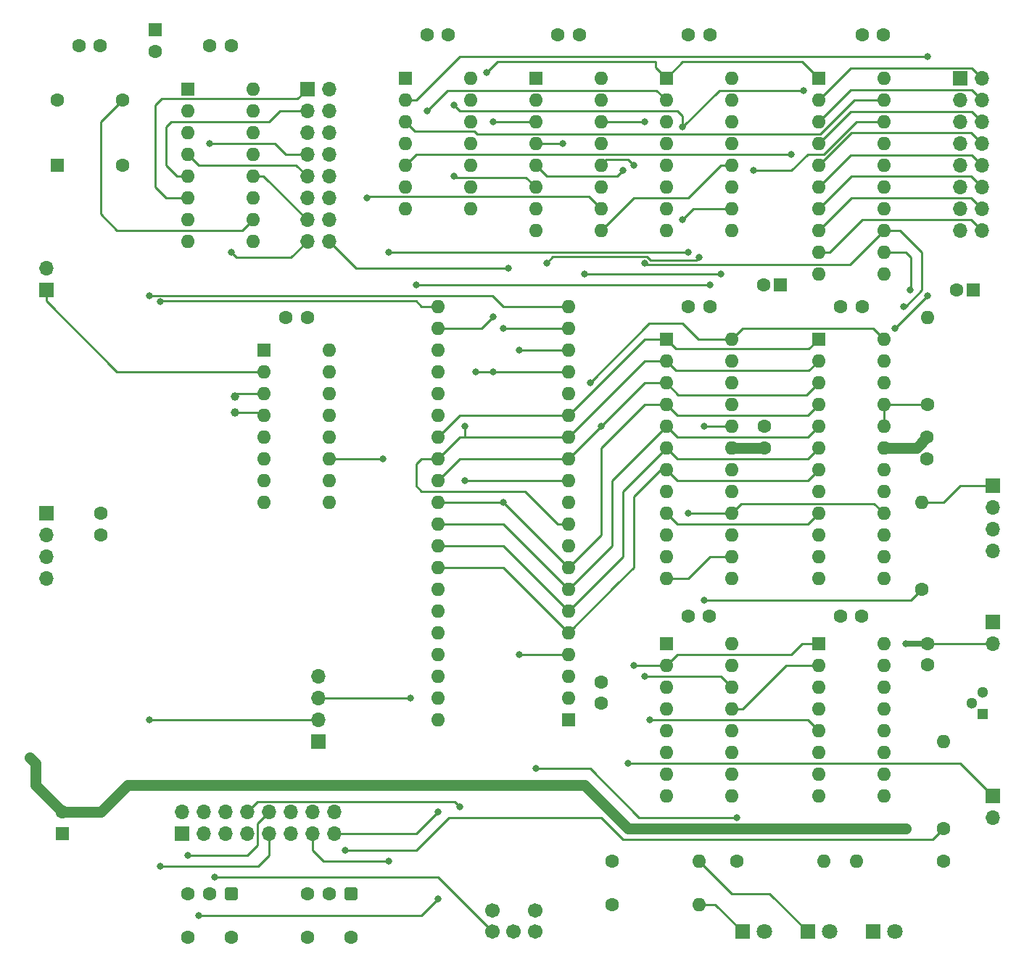
<source format=gbr>
%TF.GenerationSoftware,KiCad,Pcbnew,7.0.9-7.0.9~ubuntu22.04.1*%
%TF.CreationDate,2023-12-29T15:53:16-05:00*%
%TF.ProjectId,dac,6461632e-6b69-4636-9164-5f7063625858,rev?*%
%TF.SameCoordinates,Original*%
%TF.FileFunction,Copper,L4,Bot*%
%TF.FilePolarity,Positive*%
%FSLAX46Y46*%
G04 Gerber Fmt 4.6, Leading zero omitted, Abs format (unit mm)*
G04 Created by KiCad (PCBNEW 7.0.9-7.0.9~ubuntu22.04.1) date 2023-12-29 15:53:16*
%MOMM*%
%LPD*%
G01*
G04 APERTURE LIST*
G04 Aperture macros list*
%AMRoundRect*
0 Rectangle with rounded corners*
0 $1 Rounding radius*
0 $2 $3 $4 $5 $6 $7 $8 $9 X,Y pos of 4 corners*
0 Add a 4 corners polygon primitive as box body*
4,1,4,$2,$3,$4,$5,$6,$7,$8,$9,$2,$3,0*
0 Add four circle primitives for the rounded corners*
1,1,$1+$1,$2,$3*
1,1,$1+$1,$4,$5*
1,1,$1+$1,$6,$7*
1,1,$1+$1,$8,$9*
0 Add four rect primitives between the rounded corners*
20,1,$1+$1,$2,$3,$4,$5,0*
20,1,$1+$1,$4,$5,$6,$7,0*
20,1,$1+$1,$6,$7,$8,$9,0*
20,1,$1+$1,$8,$9,$2,$3,0*%
G04 Aperture macros list end*
%TA.AperFunction,ComponentPad*%
%ADD10R,1.600000X1.600000*%
%TD*%
%TA.AperFunction,ComponentPad*%
%ADD11O,1.600000X1.600000*%
%TD*%
%TA.AperFunction,ComponentPad*%
%ADD12C,1.600000*%
%TD*%
%TA.AperFunction,ComponentPad*%
%ADD13R,1.800000X1.800000*%
%TD*%
%TA.AperFunction,ComponentPad*%
%ADD14C,1.800000*%
%TD*%
%TA.AperFunction,ComponentPad*%
%ADD15R,1.700000X1.700000*%
%TD*%
%TA.AperFunction,ComponentPad*%
%ADD16O,1.700000X1.700000*%
%TD*%
%TA.AperFunction,ComponentPad*%
%ADD17C,1.701800*%
%TD*%
%TA.AperFunction,ComponentPad*%
%ADD18RoundRect,0.400000X0.400000X-0.400000X0.400000X0.400000X-0.400000X0.400000X-0.400000X-0.400000X0*%
%TD*%
%TA.AperFunction,ComponentPad*%
%ADD19R,1.300000X1.300000*%
%TD*%
%TA.AperFunction,ComponentPad*%
%ADD20C,1.300000*%
%TD*%
%TA.AperFunction,ComponentPad*%
%ADD21C,1.000000*%
%TD*%
%TA.AperFunction,ViaPad*%
%ADD22C,0.800000*%
%TD*%
%TA.AperFunction,Conductor*%
%ADD23C,0.254000*%
%TD*%
%TA.AperFunction,Conductor*%
%ADD24C,0.635000*%
%TD*%
%TA.AperFunction,Conductor*%
%ADD25C,1.270000*%
%TD*%
G04 APERTURE END LIST*
D10*
%TO.P,U6,1,VCC2*%
%TO.N,GND*%
X54620000Y-101615000D03*
D11*
%TO.P,U6,2,VBAT*%
%TO.N,Net-(BT1-+)*%
X54620000Y-104155000D03*
%TO.P,U6,3,X1*%
%TO.N,Net-(U6-X1)*%
X54620000Y-106695000D03*
%TO.P,U6,4,X2*%
%TO.N,Net-(U6-X2)*%
X54620000Y-109235000D03*
%TO.P,U6,5,INT0*%
%TO.N,unconnected-(U6-INT0-Pad5)*%
X54620000Y-111775000D03*
%TO.P,U6,6,INT1*%
%TO.N,unconnected-(U6-INT1-Pad6)*%
X54620000Y-114315000D03*
%TO.P,U6,7,1Hz*%
%TO.N,unconnected-(U6-1Hz-Pad7)*%
X54620000Y-116855000D03*
%TO.P,U6,8,GND*%
%TO.N,GND*%
X54620000Y-119395000D03*
%TO.P,U6,9,SERMODE*%
%TO.N,+5V*%
X62240000Y-119395000D03*
%TO.P,U6,10,CE*%
%TO.N,/KQ4*%
X62240000Y-116855000D03*
%TO.P,U6,11,SCLK*%
%TO.N,/nLED2*%
X62240000Y-114315000D03*
%TO.P,U6,12,SDI*%
%TO.N,/LED3*%
X62240000Y-111775000D03*
%TO.P,U6,13,SDO*%
%TO.N,/KD5*%
X62240000Y-109235000D03*
%TO.P,U6,14,VCCIF*%
%TO.N,+5V*%
X62240000Y-106695000D03*
%TO.P,U6,15,32kHz*%
%TO.N,unconnected-(U6-32kHz-Pad15)*%
X62240000Y-104155000D03*
%TO.P,U6,16,VCC*%
%TO.N,+5V*%
X62240000Y-101615000D03*
%TD*%
D12*
%TO.P,C20,1*%
%TO.N,+5V*%
X106660000Y-132715000D03*
%TO.P,C20,2*%
%TO.N,GND*%
X104160000Y-132715000D03*
%TD*%
D13*
%TO.P,D1,1,K*%
%TO.N,Net-(D1-K)*%
X125725000Y-169545000D03*
D14*
%TO.P,D1,2,A*%
%TO.N,+5V*%
X128265000Y-169545000D03*
%TD*%
D10*
%TO.P,U5,1,A0*%
%TO.N,/KQ0*%
X101600000Y-69850000D03*
D11*
%TO.P,U5,2,A1*%
%TO.N,/BA0*%
X101600000Y-72390000D03*
%TO.P,U5,3,A2*%
%TO.N,/KQ1*%
X101600000Y-74930000D03*
%TO.P,U5,4,E1*%
%TO.N,/nLED1*%
X101600000Y-77470000D03*
%TO.P,U5,5,E2*%
%TO.N,GND*%
X101600000Y-80010000D03*
%TO.P,U5,6,E3*%
%TO.N,+5V*%
X101600000Y-82550000D03*
%TO.P,U5,7,O7*%
%TO.N,/nDACX*%
X101600000Y-85090000D03*
%TO.P,U5,8,GND*%
%TO.N,GND*%
X101600000Y-87630000D03*
%TO.P,U5,9,O6*%
%TO.N,unconnected-(U5-O6-Pad9)*%
X109220000Y-87630000D03*
%TO.P,U5,10,O5*%
%TO.N,/nDACY*%
X109220000Y-85090000D03*
%TO.P,U5,11,O4*%
%TO.N,unconnected-(U5-O4-Pad11)*%
X109220000Y-82550000D03*
%TO.P,U5,12,O3*%
%TO.N,/nEXP*%
X109220000Y-80010000D03*
%TO.P,U5,13,O2*%
%TO.N,Net-(U5-O2)*%
X109220000Y-77470000D03*
%TO.P,U5,14,O1*%
%TO.N,Net-(U5-O1)*%
X109220000Y-74930000D03*
%TO.P,U5,15,O0*%
%TO.N,Net-(U5-O0)*%
X109220000Y-72390000D03*
%TO.P,U5,16,VCC*%
%TO.N,+5V*%
X109220000Y-69850000D03*
%TD*%
D13*
%TO.P,D3,1,K*%
%TO.N,Net-(D3-K)*%
X110480000Y-169545000D03*
D14*
%TO.P,D3,2,A*%
%TO.N,+5V*%
X113020000Y-169545000D03*
%TD*%
D12*
%TO.P,R4,1*%
%TO.N,/KQ2*%
X133985000Y-157480000D03*
D11*
%TO.P,R4,2*%
%TO.N,Net-(Q1-B)*%
X133985000Y-147320000D03*
%TD*%
D15*
%TO.P,J4,1,Pin_1*%
%TO.N,/B38400*%
X59685000Y-71135000D03*
D16*
%TO.P,J4,2,Pin_2*%
%TO.N,/CLK16X*%
X62225000Y-71135000D03*
%TO.P,J4,3,Pin_3*%
%TO.N,/B19200*%
X59685000Y-73675000D03*
%TO.P,J4,4,Pin_4*%
%TO.N,/CLK16X*%
X62225000Y-73675000D03*
%TO.P,J4,5,Pin_5*%
%TO.N,/B9600*%
X59685000Y-76215000D03*
%TO.P,J4,6,Pin_6*%
%TO.N,/CLK16X*%
X62225000Y-76215000D03*
%TO.P,J4,7,Pin_7*%
%TO.N,/B4800*%
X59685000Y-78755000D03*
%TO.P,J4,8,Pin_8*%
%TO.N,/CLK16X*%
X62225000Y-78755000D03*
%TO.P,J4,9,Pin_9*%
%TO.N,/B2400*%
X59685000Y-81295000D03*
%TO.P,J4,10,Pin_10*%
%TO.N,/CLK16X*%
X62225000Y-81295000D03*
%TO.P,J4,11,Pin_11*%
%TO.N,/B1200*%
X59685000Y-83835000D03*
%TO.P,J4,12,Pin_12*%
%TO.N,/CLK16X*%
X62225000Y-83835000D03*
%TO.P,J4,13,Pin_13*%
%TO.N,/B600*%
X59685000Y-86375000D03*
%TO.P,J4,14,Pin_14*%
%TO.N,/CLK16X*%
X62225000Y-86375000D03*
%TO.P,J4,15,Pin_15*%
%TO.N,/B300*%
X59685000Y-88915000D03*
%TO.P,J4,16,Pin_16*%
%TO.N,/CLK16X*%
X62225000Y-88915000D03*
%TD*%
D17*
%TO.P,SW3,A,A*%
%TO.N,/KD1*%
X81280000Y-169545000D03*
%TO.P,SW3,B,B*%
%TO.N,/KD2*%
X86280000Y-169545000D03*
%TO.P,SW3,C,C*%
%TO.N,GND*%
X83780000Y-169545000D03*
%TO.P,SW3,D,S1*%
%TO.N,/KD0*%
X81280000Y-167045000D03*
%TO.P,SW3,E,S2*%
%TO.N,GND*%
X86280000Y-167045000D03*
%TD*%
D10*
%TO.P,U11,1,~{MR}*%
%TO.N,/nDACY*%
X101610000Y-135890000D03*
D11*
%TO.P,U11,2,CP*%
%TO.N,/nDACX*%
X101610000Y-138430000D03*
%TO.P,U11,3,D0*%
%TO.N,unconnected-(U11-D0-Pad3)*%
X101610000Y-140970000D03*
%TO.P,U11,4,D1*%
%TO.N,unconnected-(U11-D1-Pad4)*%
X101610000Y-143510000D03*
%TO.P,U11,5,D2*%
%TO.N,unconnected-(U11-D2-Pad5)*%
X101610000Y-146050000D03*
%TO.P,U11,6,D3*%
%TO.N,unconnected-(U11-D3-Pad6)*%
X101610000Y-148590000D03*
%TO.P,U11,7,CEP*%
%TO.N,+5V*%
X101610000Y-151130000D03*
%TO.P,U11,8,GND*%
%TO.N,GND*%
X101610000Y-153670000D03*
%TO.P,U11,9,~{PE}*%
%TO.N,+5V*%
X109230000Y-153670000D03*
%TO.P,U11,10,CET*%
X109230000Y-151130000D03*
%TO.P,U11,11,Q3*%
%TO.N,unconnected-(U11-Q3-Pad11)*%
X109230000Y-148590000D03*
%TO.P,U11,12,Q2*%
%TO.N,unconnected-(U11-Q2-Pad12)*%
X109230000Y-146050000D03*
%TO.P,U11,13,Q1*%
%TO.N,Net-(U10A-A0)*%
X109230000Y-143510000D03*
%TO.P,U11,14,Q0*%
%TO.N,Net-(U11-Q0)*%
X109230000Y-140970000D03*
%TO.P,U11,15,TC*%
%TO.N,unconnected-(U11-TC-Pad15)*%
X109230000Y-138430000D03*
%TO.P,U11,16,VCC*%
%TO.N,+5V*%
X109230000Y-135890000D03*
%TD*%
D12*
%TO.P,R5,1*%
%TO.N,Net-(U8-RFB)*%
X132080000Y-107950000D03*
D11*
%TO.P,R5,2*%
%TO.N,/Y_OUT*%
X132080000Y-97790000D03*
%TD*%
D12*
%TO.P,R3,1*%
%TO.N,/LED2*%
X95250000Y-166370000D03*
D11*
%TO.P,R3,2*%
%TO.N,Net-(D3-K)*%
X105410000Y-166370000D03*
%TD*%
D12*
%TO.P,R7,1*%
%TO.N,/KQ2*%
X133985000Y-161290000D03*
D11*
%TO.P,R7,2*%
%TO.N,+5V*%
X123825000Y-161290000D03*
%TD*%
D12*
%TO.P,C6,1*%
%TO.N,+5V*%
X106680000Y-96520000D03*
%TO.P,C6,2*%
%TO.N,GND*%
X104180000Y-96520000D03*
%TD*%
%TO.P,C8,1*%
%TO.N,-5V*%
X113030000Y-113010000D03*
%TO.P,C8,2*%
%TO.N,GND*%
X113030000Y-110510000D03*
%TD*%
%TO.P,SW1,*%
%TO.N,*%
X50800000Y-170170000D03*
X45720000Y-170170000D03*
D18*
%TO.P,SW1,1,A*%
%TO.N,GND*%
X50800000Y-165090000D03*
D12*
%TO.P,SW1,2*%
%TO.N,N/C*%
X48260000Y-165090000D03*
%TO.P,SW1,3,B*%
%TO.N,/KD3*%
X45720000Y-165090000D03*
%TD*%
%TO.P,C3,1*%
%TO.N,+5V*%
X91440000Y-64770000D03*
%TO.P,C3,2*%
%TO.N,GND*%
X88940000Y-64770000D03*
%TD*%
D10*
%TO.P,U10,1,E*%
%TO.N,/nDACX*%
X119390000Y-135890000D03*
D11*
%TO.P,U10,2,A0*%
%TO.N,Net-(U10A-A0)*%
X119390000Y-138430000D03*
%TO.P,U10,3,A1*%
%TO.N,GND*%
X119390000Y-140970000D03*
%TO.P,U10,4,O0*%
%TO.N,/DAC_X_nWR*%
X119390000Y-143510000D03*
%TO.P,U10,5,O1*%
%TO.N,/DAC_Y_nWR*%
X119390000Y-146050000D03*
%TO.P,U10,6,O2*%
%TO.N,unconnected-(U10A-O2-Pad6)*%
X119390000Y-148590000D03*
%TO.P,U10,7,O3*%
%TO.N,unconnected-(U10A-O3-Pad7)*%
X119390000Y-151130000D03*
%TO.P,U10,8,GND*%
%TO.N,GND*%
X119390000Y-153670000D03*
%TO.P,U10,9*%
%TO.N,N/C*%
X127010000Y-153670000D03*
%TO.P,U10,10*%
X127010000Y-151130000D03*
%TO.P,U10,11*%
X127010000Y-148590000D03*
%TO.P,U10,12*%
X127010000Y-146050000D03*
%TO.P,U10,13*%
X127010000Y-143510000D03*
%TO.P,U10,14*%
X127010000Y-140970000D03*
%TO.P,U10,15*%
X127010000Y-138430000D03*
%TO.P,U10,16,VCC*%
%TO.N,+5V*%
X127010000Y-135890000D03*
%TD*%
D10*
%TO.P,U8,1,D1/D9*%
%TO.N,/BD1*%
X119390000Y-100325000D03*
D11*
%TO.P,U8,2,D2/D10*%
%TO.N,/BD2*%
X119390000Y-102865000D03*
%TO.P,U8,3,D3/D11*%
%TO.N,/BD3*%
X119390000Y-105405000D03*
%TO.P,U8,4,D4*%
%TO.N,/BD4*%
X119390000Y-107945000D03*
%TO.P,U8,5,D5*%
%TO.N,/BD5*%
X119390000Y-110485000D03*
%TO.P,U8,6,D6*%
%TO.N,/BD6*%
X119390000Y-113025000D03*
%TO.P,U8,7,D7*%
%TO.N,/BD7*%
X119390000Y-115565000D03*
%TO.P,U8,8,A0*%
%TO.N,Net-(U11-Q0)*%
X119390000Y-118105000D03*
%TO.P,U8,9,A1*%
X119390000Y-120645000D03*
%TO.P,U8,10,nWR*%
%TO.N,/DAC_X_nWR*%
X119390000Y-123185000D03*
%TO.P,U8,11,nCS*%
X119390000Y-125725000D03*
%TO.P,U8,12,DGND*%
%TO.N,GND*%
X119390000Y-128265000D03*
%TO.P,U8,13,REFIN*%
%TO.N,+5V*%
X127010000Y-128265000D03*
%TO.P,U8,14,AGND*%
%TO.N,GND*%
X127010000Y-125725000D03*
%TO.P,U8,15,nCLR*%
%TO.N,+5V*%
X127010000Y-123185000D03*
%TO.P,U8,16,nLDAC*%
%TO.N,/nDACY*%
X127010000Y-120645000D03*
%TO.P,U8,17,REFGND*%
%TO.N,GND*%
X127010000Y-118105000D03*
%TO.P,U8,18,REFOUT*%
%TO.N,+5V*%
X127010000Y-115565000D03*
%TO.P,U8,19,VSS*%
%TO.N,-5V*%
X127010000Y-113025000D03*
%TO.P,U8,20,VOUT*%
%TO.N,Net-(U8-RFB)*%
X127010000Y-110485000D03*
%TO.P,U8,21,RFB*%
X127010000Y-107945000D03*
%TO.P,U8,22,ROFS*%
%TO.N,+5V*%
X127010000Y-105405000D03*
%TO.P,U8,23,VDD*%
X127010000Y-102865000D03*
%TO.P,U8,24,D0/D8*%
%TO.N,/BD0*%
X127010000Y-100325000D03*
%TD*%
D12*
%TO.P,C4,1*%
%TO.N,+5V*%
X93980000Y-142855000D03*
%TO.P,C4,2*%
%TO.N,GND*%
X93980000Y-140355000D03*
%TD*%
%TO.P,C11,1*%
%TO.N,-5V*%
X132080000Y-135890000D03*
%TO.P,C11,2*%
%TO.N,GND*%
X132080000Y-138390000D03*
%TD*%
%TO.P,C13,1*%
%TO.N,+5V*%
X76160000Y-64770000D03*
%TO.P,C13,2*%
%TO.N,GND*%
X73660000Y-64770000D03*
%TD*%
D15*
%TO.P,BT1,1,+*%
%TO.N,Net-(BT1-+)*%
X29210000Y-94600000D03*
D16*
%TO.P,BT1,2,-*%
%TO.N,GND*%
X29210000Y-92060000D03*
%TD*%
D10*
%TO.P,U9,1,D1/D9*%
%TO.N,/BD1*%
X101600000Y-100330000D03*
D11*
%TO.P,U9,2,D2/D10*%
%TO.N,/BD2*%
X101600000Y-102870000D03*
%TO.P,U9,3,D3/D11*%
%TO.N,/BD3*%
X101600000Y-105410000D03*
%TO.P,U9,4,D4*%
%TO.N,/BD4*%
X101600000Y-107950000D03*
%TO.P,U9,5,D5*%
%TO.N,/BD5*%
X101600000Y-110490000D03*
%TO.P,U9,6,D6*%
%TO.N,/BD6*%
X101600000Y-113030000D03*
%TO.P,U9,7,D7*%
%TO.N,/BD7*%
X101600000Y-115570000D03*
%TO.P,U9,8,A0*%
%TO.N,Net-(U11-Q0)*%
X101600000Y-118110000D03*
%TO.P,U9,9,A1*%
X101600000Y-120650000D03*
%TO.P,U9,10,nWR*%
%TO.N,/DAC_Y_nWR*%
X101600000Y-123190000D03*
%TO.P,U9,11,nCS*%
X101600000Y-125730000D03*
%TO.P,U9,12,DGND*%
%TO.N,GND*%
X101600000Y-128270000D03*
%TO.P,U9,13,REFIN*%
%TO.N,+5V*%
X109220000Y-128270000D03*
%TO.P,U9,14,AGND*%
%TO.N,GND*%
X109220000Y-125730000D03*
%TO.P,U9,15,nCLR*%
%TO.N,+5V*%
X109220000Y-123190000D03*
%TO.P,U9,16,nLDAC*%
%TO.N,/nDACY*%
X109220000Y-120650000D03*
%TO.P,U9,17,REFGND*%
%TO.N,GND*%
X109220000Y-118110000D03*
%TO.P,U9,18,REFOUT*%
%TO.N,+5V*%
X109220000Y-115570000D03*
%TO.P,U9,19,VSS*%
%TO.N,-5V*%
X109220000Y-113030000D03*
%TO.P,U9,20,VOUT*%
%TO.N,Net-(U9-RFB)*%
X109220000Y-110490000D03*
%TO.P,U9,21,RFB*%
X109220000Y-107950000D03*
%TO.P,U9,22,ROFS*%
%TO.N,+5V*%
X109220000Y-105410000D03*
%TO.P,U9,23,VDD*%
X109220000Y-102870000D03*
%TO.P,U9,24,D0/D8*%
%TO.N,/BD0*%
X109220000Y-100330000D03*
%TD*%
D15*
%TO.P,J7,1,Pin_1*%
%TO.N,/X_OUT*%
X139700000Y-117475000D03*
D16*
%TO.P,J7,2,Pin_2*%
%TO.N,GND*%
X139700000Y-120015000D03*
%TO.P,J7,3,Pin_3*%
%TO.N,/Y_OUT*%
X139700000Y-122555000D03*
%TO.P,J7,4,Pin_4*%
%TO.N,GND*%
X139700000Y-125095000D03*
%TD*%
D12*
%TO.P,R2,1*%
%TO.N,/LED1*%
X95250000Y-161290000D03*
D11*
%TO.P,R2,2*%
%TO.N,Net-(D2-K)*%
X105410000Y-161290000D03*
%TD*%
D15*
%TO.P,J5,1,Pin_1*%
%TO.N,Net-(J5-Pin_1)*%
X139700000Y-133345000D03*
D16*
%TO.P,J5,2,Pin_2*%
%TO.N,-5V*%
X139700000Y-135885000D03*
%TD*%
D15*
%TO.P,J3,1,Pin_1*%
%TO.N,unconnected-(J3-Pin_1-Pad1)*%
X45085000Y-158115000D03*
D16*
%TO.P,J3,2,Pin_2*%
%TO.N,unconnected-(J3-Pin_2-Pad2)*%
X45085000Y-155575000D03*
%TO.P,J3,3,Pin_3*%
%TO.N,unconnected-(J3-Pin_3-Pad3)*%
X47625000Y-158115000D03*
%TO.P,J3,4,Pin_4*%
%TO.N,/KD0*%
X47625000Y-155575000D03*
%TO.P,J3,5,Pin_5*%
%TO.N,unconnected-(J3-Pin_5-Pad5)*%
X50165000Y-158115000D03*
%TO.P,J3,6,Pin_6*%
%TO.N,/KD1*%
X50165000Y-155575000D03*
%TO.P,J3,7,Pin_7*%
%TO.N,/KQ4*%
X52705000Y-158115000D03*
%TO.P,J3,8,Pin_8*%
%TO.N,/KD2*%
X52705000Y-155575000D03*
%TO.P,J3,9,Pin_9*%
%TO.N,/KQ3*%
X55245000Y-158115000D03*
%TO.P,J3,10,Pin_10*%
%TO.N,/KD3*%
X55245000Y-155575000D03*
%TO.P,J3,11,Pin_11*%
%TO.N,/KQ2*%
X57785000Y-158115000D03*
%TO.P,J3,12,Pin_12*%
%TO.N,/KD4*%
X57785000Y-155575000D03*
%TO.P,J3,13,Pin_13*%
%TO.N,/KQ1*%
X60325000Y-158115000D03*
%TO.P,J3,14,Pin_14*%
%TO.N,/KD5*%
X60325000Y-155575000D03*
%TO.P,J3,15,Pin_15*%
%TO.N,/KQ0*%
X62865000Y-158115000D03*
%TO.P,J3,16,Pin_16*%
%TO.N,/KD6*%
X62865000Y-155575000D03*
%TD*%
D12*
%TO.P,SW2,*%
%TO.N,*%
X64770000Y-170170000D03*
X59690000Y-170170000D03*
D18*
%TO.P,SW2,1,A*%
%TO.N,GND*%
X64770000Y-165090000D03*
D12*
%TO.P,SW2,2*%
%TO.N,N/C*%
X62230000Y-165090000D03*
%TO.P,SW2,3,B*%
%TO.N,/KD4*%
X59690000Y-165090000D03*
%TD*%
D19*
%TO.P,Q1,1,E*%
%TO.N,+5V*%
X138515000Y-144145000D03*
D20*
%TO.P,Q1,2,B*%
%TO.N,Net-(Q1-B)*%
X137245000Y-142875000D03*
%TO.P,Q1,3,C*%
%TO.N,Net-(J5-Pin_1)*%
X138515000Y-141605000D03*
%TD*%
D21*
%TO.P,Y1,1,1*%
%TO.N,Net-(U6-X1)*%
X51240000Y-107000000D03*
%TO.P,Y1,2,2*%
%TO.N,Net-(U6-X2)*%
X51240000Y-108900000D03*
%TD*%
D10*
%TO.P,U1,1,Q11*%
%TO.N,unconnected-(U1-Q11-Pad1)*%
X45720000Y-71120000D03*
D11*
%TO.P,U1,2,Q5*%
%TO.N,/B4800*%
X45720000Y-73660000D03*
%TO.P,U1,3,Q4*%
%TO.N,/B9600*%
X45720000Y-76200000D03*
%TO.P,U1,4,Q6*%
%TO.N,/B2400*%
X45720000Y-78740000D03*
%TO.P,U1,5,Q3*%
%TO.N,/B19200*%
X45720000Y-81280000D03*
%TO.P,U1,6,Q2*%
%TO.N,/B38400*%
X45720000Y-83820000D03*
%TO.P,U1,7,Q1*%
%TO.N,unconnected-(U1-Q1-Pad7)*%
X45720000Y-86360000D03*
%TO.P,U1,8,VSS*%
%TO.N,GND*%
X45720000Y-88900000D03*
%TO.P,U1,9,Q0*%
%TO.N,unconnected-(U1-Q0-Pad9)*%
X53340000Y-88900000D03*
%TO.P,U1,10,CLK*%
%TO.N,Net-(U1-CLK)*%
X53340000Y-86360000D03*
%TO.P,U1,11,Reset*%
%TO.N,GND*%
X53340000Y-83820000D03*
%TO.P,U1,12,Q8*%
%TO.N,/B600*%
X53340000Y-81280000D03*
%TO.P,U1,13,Q7*%
%TO.N,/B1200*%
X53340000Y-78740000D03*
%TO.P,U1,14,Q9*%
%TO.N,/B300*%
X53340000Y-76200000D03*
%TO.P,U1,15,Q10*%
%TO.N,unconnected-(U1-Q10-Pad15)*%
X53340000Y-73660000D03*
%TO.P,U1,16,VDD*%
%TO.N,+5V*%
X53340000Y-71120000D03*
%TD*%
D10*
%TO.P,U4,1,A->B*%
%TO.N,/KQ0*%
X119390000Y-69850000D03*
D11*
%TO.P,U4,2,A0*%
%TO.N,/D0*%
X119390000Y-72390000D03*
%TO.P,U4,3,A1*%
%TO.N,/D1*%
X119390000Y-74930000D03*
%TO.P,U4,4,A2*%
%TO.N,/D2*%
X119390000Y-77470000D03*
%TO.P,U4,5,A3*%
%TO.N,/D3*%
X119390000Y-80010000D03*
%TO.P,U4,6,A4*%
%TO.N,/D4*%
X119390000Y-82550000D03*
%TO.P,U4,7,A5*%
%TO.N,/D5*%
X119390000Y-85090000D03*
%TO.P,U4,8,A6*%
%TO.N,/D6*%
X119390000Y-87630000D03*
%TO.P,U4,9,A7*%
%TO.N,/D7*%
X119390000Y-90170000D03*
%TO.P,U4,10,GND*%
%TO.N,GND*%
X119390000Y-92710000D03*
%TO.P,U4,11,B7*%
%TO.N,/BD7*%
X127010000Y-92710000D03*
%TO.P,U4,12,B6*%
%TO.N,/BD6*%
X127010000Y-90170000D03*
%TO.P,U4,13,B5*%
%TO.N,/BD5*%
X127010000Y-87630000D03*
%TO.P,U4,14,B4*%
%TO.N,/BD4*%
X127010000Y-85090000D03*
%TO.P,U4,15,B3*%
%TO.N,/BD3*%
X127010000Y-82550000D03*
%TO.P,U4,16,B2*%
%TO.N,/BD2*%
X127010000Y-80010000D03*
%TO.P,U4,17,B1*%
%TO.N,/BD1*%
X127010000Y-77470000D03*
%TO.P,U4,18,B0*%
%TO.N,/BD0*%
X127010000Y-74930000D03*
%TO.P,U4,19,CE*%
%TO.N,Net-(U4-CE)*%
X127010000Y-72390000D03*
%TO.P,U4,20,VCC*%
%TO.N,+5V*%
X127010000Y-69850000D03*
%TD*%
D10*
%TO.P,U3,1,~{Mr}*%
%TO.N,+5V*%
X86360000Y-69850000D03*
D11*
%TO.P,U3,2,Q0*%
%TO.N,/LED0*%
X86360000Y-72390000D03*
%TO.P,U3,3,D0*%
%TO.N,/BD0*%
X86360000Y-74930000D03*
%TO.P,U3,4,D1*%
%TO.N,/BD1*%
X86360000Y-77470000D03*
%TO.P,U3,5,Q1*%
%TO.N,/LED1*%
X86360000Y-80010000D03*
%TO.P,U3,6,D2*%
%TO.N,/BD2*%
X86360000Y-82550000D03*
%TO.P,U3,7,Q2*%
%TO.N,/LED2*%
X86360000Y-85090000D03*
%TO.P,U3,8,GND*%
%TO.N,GND*%
X86360000Y-87630000D03*
%TO.P,U3,9,Cp*%
%TO.N,/nEXP*%
X93980000Y-87630000D03*
%TO.P,U3,10,Q3*%
%TO.N,/LED3*%
X93980000Y-85090000D03*
%TO.P,U3,11,D3*%
%TO.N,/BD3*%
X93980000Y-82550000D03*
%TO.P,U3,12,Q4*%
%TO.N,/LED4*%
X93980000Y-80010000D03*
%TO.P,U3,13,D4*%
%TO.N,/BD4*%
X93980000Y-77470000D03*
%TO.P,U3,14,D5*%
%TO.N,/BD5*%
X93980000Y-74930000D03*
%TO.P,U3,15,Q5*%
%TO.N,/LED5*%
X93980000Y-72390000D03*
%TO.P,U3,16,VCC*%
%TO.N,+5V*%
X93980000Y-69850000D03*
%TD*%
D12*
%TO.P,C7,1*%
%TO.N,+5V*%
X126960000Y-64770000D03*
%TO.P,C7,2*%
%TO.N,GND*%
X124460000Y-64770000D03*
%TD*%
D15*
%TO.P,J8,1,Pin_1*%
%TO.N,/LED4*%
X139700000Y-153665000D03*
D16*
%TO.P,J8,2,Pin_2*%
%TO.N,GND*%
X139700000Y-156205000D03*
%TD*%
D10*
%TO.P,C14,1*%
%TO.N,+5V*%
X137480113Y-94615000D03*
D12*
%TO.P,C14,2*%
%TO.N,GND*%
X135480113Y-94615000D03*
%TD*%
D13*
%TO.P,D2,1,K*%
%TO.N,Net-(D2-K)*%
X118105000Y-169545000D03*
D14*
%TO.P,D2,2,A*%
%TO.N,+5V*%
X120645000Y-169545000D03*
%TD*%
D10*
%TO.P,X1,1,EN*%
%TO.N,unconnected-(X1-EN-Pad1)*%
X30480000Y-80010000D03*
D12*
%TO.P,X1,4,GND*%
%TO.N,GND*%
X38100000Y-80010000D03*
%TO.P,X1,5,OUT*%
%TO.N,Net-(U1-CLK)*%
X38100000Y-72390000D03*
%TO.P,X1,8,Vcc*%
%TO.N,+5V*%
X30480000Y-72390000D03*
%TD*%
%TO.P,C1,1*%
%TO.N,+5V*%
X35560000Y-120690000D03*
%TO.P,C1,2*%
%TO.N,GND*%
X35560000Y-123190000D03*
%TD*%
%TO.P,C9,1*%
%TO.N,+5V*%
X59690000Y-97790000D03*
%TO.P,C9,2*%
%TO.N,GND*%
X57190000Y-97790000D03*
%TD*%
%TO.P,R6,1*%
%TO.N,Net-(U9-RFB)*%
X131445000Y-129540000D03*
D11*
%TO.P,R6,2*%
%TO.N,/X_OUT*%
X131445000Y-119380000D03*
%TD*%
D12*
%TO.P,C12,1*%
%TO.N,+5V*%
X50800000Y-66040000D03*
%TO.P,C12,2*%
%TO.N,GND*%
X48300000Y-66040000D03*
%TD*%
D15*
%TO.P,J1,1,Pin_1*%
%TO.N,+5V*%
X29210000Y-120660000D03*
D16*
%TO.P,J1,2,Pin_2*%
%TO.N,GND*%
X29210000Y-123200000D03*
%TO.P,J1,3,Pin_3*%
%TO.N,-5V*%
X29210000Y-125740000D03*
%TO.P,J1,4,Pin_4*%
%TO.N,GND*%
X29210000Y-128280000D03*
%TD*%
D12*
%TO.P,C16,1*%
%TO.N,+5V*%
X33020000Y-66040000D03*
%TO.P,C16,2*%
%TO.N,GND*%
X35520000Y-66040000D03*
%TD*%
D10*
%TO.P,C17,1*%
%TO.N,+5V*%
X41910000Y-64199888D03*
D12*
%TO.P,C17,2*%
%TO.N,GND*%
X41910000Y-66699888D03*
%TD*%
%TO.P,C10,1*%
%TO.N,+5V*%
X106680000Y-64770000D03*
%TO.P,C10,2*%
%TO.N,GND*%
X104180000Y-64770000D03*
%TD*%
D15*
%TO.P,J2,1,Pin_1*%
%TO.N,+5V*%
X135890000Y-69850000D03*
D16*
%TO.P,J2,2,Pin_2*%
%TO.N,/D0*%
X138430000Y-69850000D03*
%TO.P,J2,3,Pin_3*%
%TO.N,+5V*%
X135890000Y-72390000D03*
%TO.P,J2,4,Pin_4*%
%TO.N,/D1*%
X138430000Y-72390000D03*
%TO.P,J2,5,Pin_5*%
%TO.N,GND*%
X135890000Y-74930000D03*
%TO.P,J2,6,Pin_6*%
%TO.N,/D2*%
X138430000Y-74930000D03*
%TO.P,J2,7,Pin_7*%
%TO.N,GND*%
X135890000Y-77470000D03*
%TO.P,J2,8,Pin_8*%
%TO.N,/D3*%
X138430000Y-77470000D03*
%TO.P,J2,9,Pin_9*%
%TO.N,GND*%
X135890000Y-80010000D03*
%TO.P,J2,10,Pin_10*%
%TO.N,/D4*%
X138430000Y-80010000D03*
%TO.P,J2,11,Pin_11*%
%TO.N,/nLED2*%
X135890000Y-82550000D03*
%TO.P,J2,12,Pin_12*%
%TO.N,/D5*%
X138430000Y-82550000D03*
%TO.P,J2,13,Pin_13*%
%TO.N,/nLED1*%
X135890000Y-85090000D03*
%TO.P,J2,14,Pin_14*%
%TO.N,/D6*%
X138430000Y-85090000D03*
%TO.P,J2,15,Pin_15*%
%TO.N,/A0*%
X135890000Y-87630000D03*
%TO.P,J2,16,Pin_16*%
%TO.N,/D7*%
X138430000Y-87630000D03*
%TD*%
D12*
%TO.P,C5,1*%
%TO.N,-5V*%
X132060000Y-111780000D03*
%TO.P,C5,2*%
%TO.N,GND*%
X132060000Y-114280000D03*
%TD*%
%TO.P,R1,1*%
%TO.N,/LED0*%
X109855000Y-161290000D03*
D11*
%TO.P,R1,2*%
%TO.N,Net-(D1-K)*%
X120015000Y-161290000D03*
%TD*%
D10*
%TO.P,C18,1*%
%TO.N,GND*%
X31115000Y-158050112D03*
D12*
%TO.P,C18,2*%
%TO.N,-5V*%
X31115000Y-155550112D03*
%TD*%
%TO.P,C2,1*%
%TO.N,+5V*%
X124460000Y-96520000D03*
%TO.P,C2,2*%
%TO.N,GND*%
X121960000Y-96520000D03*
%TD*%
D10*
%TO.P,C15,1*%
%TO.N,+5V*%
X114940904Y-93980000D03*
D12*
%TO.P,C15,2*%
%TO.N,GND*%
X112940904Y-93980000D03*
%TD*%
D15*
%TO.P,J6,1,Pin_1*%
%TO.N,unconnected-(J6-Pin_1-Pad1)*%
X60960000Y-147320000D03*
D16*
%TO.P,J6,2,Pin_2*%
%TO.N,/RXD*%
X60960000Y-144780000D03*
%TO.P,J6,3,Pin_3*%
%TO.N,/TXD*%
X60960000Y-142240000D03*
%TO.P,J6,4,Pin_4*%
%TO.N,GND*%
X60960000Y-139700000D03*
%TD*%
D10*
%TO.P,U2,1*%
%TO.N,/nLED1*%
X71130000Y-69845000D03*
D11*
%TO.P,U2,2*%
%TO.N,/nLED2*%
X71130000Y-72385000D03*
%TO.P,U2,3*%
%TO.N,Net-(U4-CE)*%
X71130000Y-74925000D03*
%TO.P,U2,4*%
%TO.N,+5V*%
X71130000Y-77465000D03*
%TO.P,U2,5*%
%TO.N,/A0*%
X71130000Y-80005000D03*
%TO.P,U2,6*%
%TO.N,/BA0*%
X71130000Y-82545000D03*
%TO.P,U2,7,GND*%
%TO.N,GND*%
X71130000Y-85085000D03*
%TO.P,U2,8*%
%TO.N,N/C*%
X78750000Y-85085000D03*
%TO.P,U2,9*%
X78750000Y-82545000D03*
%TO.P,U2,10*%
X78750000Y-80005000D03*
%TO.P,U2,11*%
X78750000Y-77465000D03*
%TO.P,U2,12*%
X78750000Y-74925000D03*
%TO.P,U2,13*%
X78750000Y-72385000D03*
%TO.P,U2,14,VCC*%
%TO.N,+5V*%
X78750000Y-69845000D03*
%TD*%
D10*
%TO.P,U7,1,VCC*%
%TO.N,+5V*%
X90170000Y-144775000D03*
D11*
%TO.P,U7,2*%
%TO.N,N/C*%
X90170000Y-142235000D03*
%TO.P,U7,3,GND*%
%TO.N,GND*%
X90170000Y-139695000D03*
%TO.P,U7,4,RRD*%
%TO.N,Net-(U5-O0)*%
X90170000Y-137155000D03*
%TO.P,U7,5,RBR8*%
%TO.N,/BD7*%
X90170000Y-134615000D03*
%TO.P,U7,6,RBR7*%
%TO.N,/BD6*%
X90170000Y-132075000D03*
%TO.P,U7,7,RBR6*%
%TO.N,/BD5*%
X90170000Y-129535000D03*
%TO.P,U7,8,RBR5*%
%TO.N,/BD4*%
X90170000Y-126995000D03*
%TO.P,U7,9,RBR4*%
%TO.N,/BD3*%
X90170000Y-124455000D03*
%TO.P,U7,10,RBR3*%
%TO.N,/BD2*%
X90170000Y-121915000D03*
%TO.P,U7,11,RBR2*%
%TO.N,/BD1*%
X90170000Y-119375000D03*
%TO.P,U7,12,RBR1*%
%TO.N,/BD0*%
X90170000Y-116835000D03*
%TO.P,U7,13,PE*%
%TO.N,/BD3*%
X90170000Y-114295000D03*
%TO.P,U7,14,FE*%
%TO.N,/BD2*%
X90170000Y-111755000D03*
%TO.P,U7,15,OE*%
%TO.N,/BD1*%
X90170000Y-109215000D03*
%TO.P,U7,16,SFD*%
%TO.N,Net-(U5-O2)*%
X90170000Y-106675000D03*
%TO.P,U7,17,RRC*%
%TO.N,/CLK16X*%
X90170000Y-104135000D03*
%TO.P,U7,18,nDRR*%
%TO.N,Net-(U5-O0)*%
X90170000Y-101595000D03*
%TO.P,U7,19,DR*%
%TO.N,/BD4*%
X90170000Y-99055000D03*
%TO.P,U7,20,RRI*%
%TO.N,/RXD*%
X90170000Y-96515000D03*
%TO.P,U7,21,MR*%
%TO.N,/KQ3*%
X74930000Y-96515000D03*
%TO.P,U7,22,TBRE*%
%TO.N,/BD0*%
X74930000Y-99055000D03*
%TO.P,U7,23,nTBRL*%
%TO.N,Net-(U5-O1)*%
X74930000Y-101595000D03*
%TO.P,U7,24,TRE*%
%TO.N,unconnected-(U7-TRE-Pad24)*%
X74930000Y-104135000D03*
%TO.P,U7,25,TRO*%
%TO.N,/TXD*%
X74930000Y-106675000D03*
%TO.P,U7,26,TBR1*%
%TO.N,/BD0*%
X74930000Y-109215000D03*
%TO.P,U7,27,TBR2*%
%TO.N,/BD1*%
X74930000Y-111755000D03*
%TO.P,U7,28,TBR3*%
%TO.N,/BD2*%
X74930000Y-114295000D03*
%TO.P,U7,29,TBR4*%
%TO.N,/BD3*%
X74930000Y-116835000D03*
%TO.P,U7,30,TBR5*%
%TO.N,/BD4*%
X74930000Y-119375000D03*
%TO.P,U7,31,TBR6*%
%TO.N,/BD5*%
X74930000Y-121915000D03*
%TO.P,U7,32,TBR7*%
%TO.N,/BD6*%
X74930000Y-124455000D03*
%TO.P,U7,33,TBR8*%
%TO.N,/BD7*%
X74930000Y-126995000D03*
%TO.P,U7,34,CRL*%
%TO.N,+5V*%
X74930000Y-129535000D03*
%TO.P,U7,35,PI*%
X74930000Y-132075000D03*
%TO.P,U7,36,SBS*%
%TO.N,GND*%
X74930000Y-134615000D03*
%TO.P,U7,37,CLS2*%
%TO.N,+5V*%
X74930000Y-137155000D03*
%TO.P,U7,38,CLS1*%
X74930000Y-139695000D03*
%TO.P,U7,39,EPE*%
%TO.N,GND*%
X74930000Y-142235000D03*
%TO.P,U7,40,TRC*%
%TO.N,/CLK16X*%
X74930000Y-144775000D03*
%TD*%
D12*
%TO.P,C19,1*%
%TO.N,+5V*%
X124440000Y-132715000D03*
%TO.P,C19,2*%
%TO.N,GND*%
X121940000Y-132715000D03*
%TD*%
D22*
%TO.N,-5V*%
X113030000Y-157480000D03*
X129540000Y-135890000D03*
X27305000Y-149225000D03*
X129540000Y-157480000D03*
%TO.N,/KD0*%
X46990000Y-167640000D03*
X74930000Y-165735000D03*
%TO.N,/KD1*%
X48895000Y-163195000D03*
%TO.N,/KD2*%
X77470000Y-154940000D03*
%TO.N,/nLED2*%
X132080000Y-67310000D03*
X68488500Y-114300000D03*
%TO.N,/nLED1*%
X76835000Y-73025000D03*
X117618000Y-71263000D03*
X103505000Y-75565000D03*
%TO.N,/A0*%
X116205000Y-78740000D03*
%TO.N,/KQ3*%
X42545000Y-161925000D03*
X42545000Y-95976500D03*
%TO.N,/KD3*%
X45720000Y-160655000D03*
%TO.N,/KQ2*%
X64135000Y-160020000D03*
%TO.N,/KQ1*%
X104140000Y-90170000D03*
X69215000Y-90170000D03*
X69215000Y-161290000D03*
%TO.N,/KQ0*%
X74930000Y-155575000D03*
X80645000Y-69215000D03*
%TO.N,/CLK16X*%
X83185000Y-92075000D03*
X81371500Y-104140000D03*
X79380000Y-104135000D03*
%TO.N,/B4800*%
X48260000Y-77470000D03*
%TO.N,/B300*%
X50800000Y-90170000D03*
%TO.N,Net-(U9-RFB)*%
X106045000Y-130810000D03*
X106045000Y-110490000D03*
%TO.N,/RXD*%
X41275000Y-144780000D03*
X41275000Y-95250000D03*
%TO.N,/TXD*%
X71755000Y-142240000D03*
%TO.N,/LED0*%
X86360000Y-150495000D03*
X109855000Y-156210000D03*
%TO.N,/LED1*%
X96520000Y-80645000D03*
%TO.N,/BA0*%
X73660000Y-73660000D03*
%TO.N,/DAC_Y_nWR*%
X99695000Y-144780000D03*
%TO.N,/BD0*%
X81371500Y-74930000D03*
X81371500Y-97698500D03*
X111760000Y-80645000D03*
X92710000Y-105410000D03*
X78110000Y-116835000D03*
%TO.N,/BD1*%
X89535000Y-77470000D03*
%TO.N,/BD2*%
X78105000Y-110490000D03*
X76835000Y-81280000D03*
%TO.N,/LED3*%
X66675000Y-83820000D03*
%TO.N,/BD3*%
X93977500Y-110487500D03*
%TO.N,/LED4*%
X97790000Y-80010000D03*
X97155000Y-149860000D03*
%TO.N,/BD4*%
X82555000Y-119375000D03*
X128270000Y-99060000D03*
X82555000Y-99055000D03*
X132080000Y-95250000D03*
%TO.N,/BD5*%
X99060000Y-74930000D03*
X99060000Y-91440000D03*
X129357000Y-96520000D03*
%TO.N,/BD6*%
X130083500Y-94615000D03*
%TO.N,Net-(U5-O2)*%
X107950000Y-92710000D03*
X92075000Y-92710000D03*
%TO.N,/nDACY*%
X103505000Y-86360000D03*
X104140000Y-120650000D03*
%TO.N,Net-(U5-O1)*%
X106680000Y-93980000D03*
X72390000Y-93980000D03*
%TO.N,/nDACX*%
X97790000Y-138430000D03*
%TO.N,Net-(U5-O0)*%
X84460000Y-101595000D03*
X87630000Y-91440000D03*
X84460000Y-137155000D03*
X105410000Y-90805000D03*
%TO.N,Net-(U11-Q0)*%
X99060000Y-139700000D03*
%TD*%
D23*
%TO.N,Net-(BT1-+)*%
X54620000Y-104155000D02*
X37480000Y-104155000D01*
X29210000Y-95885000D02*
X29210000Y-94600000D01*
X37480000Y-104155000D02*
X29210000Y-95885000D01*
%TO.N,GND*%
X104140000Y-128270000D02*
X106680000Y-125730000D01*
X106680000Y-125730000D02*
X109220000Y-125730000D01*
X101600000Y-128270000D02*
X104140000Y-128270000D01*
D24*
%TO.N,-5V*%
X129540000Y-135890000D02*
X132080000Y-135890000D01*
D23*
X132080000Y-135890000D02*
X139695000Y-135890000D01*
D25*
X129540000Y-157480000D02*
X113030000Y-157480000D01*
X31115000Y-155550112D02*
X27940000Y-152375112D01*
X127010000Y-113025000D02*
X130815000Y-113025000D01*
X97155000Y-157480000D02*
X92075000Y-152400000D01*
X92075000Y-152400000D02*
X38735000Y-152400000D01*
X38735000Y-152400000D02*
X35584888Y-155550112D01*
X27940000Y-149860000D02*
X27305000Y-149225000D01*
X130815000Y-113025000D02*
X132060000Y-111780000D01*
X35584888Y-155550112D02*
X31115000Y-155550112D01*
X27940000Y-152375112D02*
X27940000Y-149860000D01*
X109220000Y-113030000D02*
X113010000Y-113030000D01*
X113030000Y-157480000D02*
X97155000Y-157480000D01*
D23*
%TO.N,Net-(D2-K)*%
X109220000Y-165100000D02*
X113660000Y-165100000D01*
X105410000Y-161290000D02*
X109220000Y-165100000D01*
X113660000Y-165100000D02*
X118105000Y-169545000D01*
%TO.N,Net-(D3-K)*%
X105410000Y-166370000D02*
X107305000Y-166370000D01*
X107305000Y-166370000D02*
X110480000Y-169545000D01*
%TO.N,/KD0*%
X46990000Y-167640000D02*
X73025000Y-167640000D01*
X73025000Y-167640000D02*
X74930000Y-165735000D01*
%TO.N,/KD1*%
X74930000Y-163195000D02*
X81280000Y-169545000D01*
X48895000Y-163195000D02*
X74930000Y-163195000D01*
%TO.N,/KD2*%
X52705000Y-155575000D02*
X53882000Y-154398000D01*
X53882000Y-154398000D02*
X76928000Y-154398000D01*
X76928000Y-154398000D02*
X77470000Y-154940000D01*
%TO.N,/D0*%
X137253000Y-68673000D02*
X123107000Y-68673000D01*
X123107000Y-68673000D02*
X119390000Y-72390000D01*
X138430000Y-69850000D02*
X137253000Y-68673000D01*
%TO.N,/D1*%
X123107000Y-71213000D02*
X119390000Y-74930000D01*
X138430000Y-72390000D02*
X137253000Y-71213000D01*
X137253000Y-71213000D02*
X123107000Y-71213000D01*
%TO.N,/D2*%
X123107000Y-73753000D02*
X119390000Y-77470000D01*
X138430000Y-74930000D02*
X137253000Y-73753000D01*
X137253000Y-73753000D02*
X123107000Y-73753000D01*
%TO.N,/D3*%
X137160000Y-76200000D02*
X123200000Y-76200000D01*
X138430000Y-77470000D02*
X137160000Y-76200000D01*
X123200000Y-76200000D02*
X119390000Y-80010000D01*
%TO.N,/D4*%
X138430000Y-80010000D02*
X137253000Y-78833000D01*
X123107000Y-78833000D02*
X119390000Y-82550000D01*
X137253000Y-78833000D02*
X123107000Y-78833000D01*
%TO.N,/nLED2*%
X77470000Y-67310000D02*
X72395000Y-72385000D01*
X132080000Y-67310000D02*
X77470000Y-67310000D01*
X72395000Y-72385000D02*
X71130000Y-72385000D01*
X68473500Y-114315000D02*
X62240000Y-114315000D01*
X68488500Y-114300000D02*
X68473500Y-114315000D01*
%TO.N,/D5*%
X138430000Y-82550000D02*
X137160000Y-81280000D01*
X123190000Y-81280000D02*
X123190000Y-81290000D01*
X123190000Y-81290000D02*
X119390000Y-85090000D01*
X137160000Y-81280000D02*
X123190000Y-81280000D01*
%TO.N,/nLED1*%
X103505000Y-75565000D02*
X103505000Y-74295000D01*
X103505000Y-75565000D02*
X107807000Y-71263000D01*
X107807000Y-71263000D02*
X117618000Y-71263000D01*
X77470000Y-73660000D02*
X76835000Y-73025000D01*
X102870000Y-73660000D02*
X77470000Y-73660000D01*
X103505000Y-74295000D02*
X102870000Y-73660000D01*
%TO.N,/D6*%
X138430000Y-85090000D02*
X137160000Y-83820000D01*
X137160000Y-83820000D02*
X123190000Y-83820000D01*
X123190000Y-83830000D02*
X119390000Y-87630000D01*
X123190000Y-83820000D02*
X123190000Y-83830000D01*
%TO.N,/A0*%
X116205000Y-78740000D02*
X72395000Y-78740000D01*
X72395000Y-78740000D02*
X71130000Y-80005000D01*
%TO.N,/D7*%
X124460000Y-86360000D02*
X120650000Y-90170000D01*
X137160000Y-86360000D02*
X124460000Y-86360000D01*
X120650000Y-90170000D02*
X119390000Y-90170000D01*
X138430000Y-87630000D02*
X137160000Y-86360000D01*
%TO.N,/KQ3*%
X42545000Y-161925000D02*
X53975000Y-161925000D01*
X53975000Y-161925000D02*
X55245000Y-160655000D01*
X73020000Y-96515000D02*
X72390000Y-95885000D01*
X42545000Y-95885000D02*
X42545000Y-95976500D01*
X55245000Y-160655000D02*
X55245000Y-158115000D01*
X74930000Y-96515000D02*
X73020000Y-96515000D01*
X72390000Y-95885000D02*
X42545000Y-95885000D01*
%TO.N,/KD3*%
X55245000Y-155575000D02*
X53882000Y-156938000D01*
X53882000Y-159478000D02*
X52705000Y-160655000D01*
X52705000Y-160655000D02*
X45720000Y-160655000D01*
X53882000Y-156938000D02*
X53882000Y-159478000D01*
%TO.N,/KQ2*%
X96520000Y-158750000D02*
X93980000Y-156210000D01*
X132715000Y-158750000D02*
X96520000Y-158750000D01*
X133985000Y-157480000D02*
X132715000Y-158750000D01*
X93980000Y-156210000D02*
X76200000Y-156210000D01*
X72390000Y-160020000D02*
X64135000Y-160020000D01*
X76200000Y-156210000D02*
X72390000Y-160020000D01*
%TO.N,/KQ1*%
X61595000Y-161290000D02*
X60325000Y-160020000D01*
X60325000Y-160020000D02*
X60325000Y-158115000D01*
X104140000Y-90170000D02*
X69215000Y-90170000D01*
X69215000Y-161290000D02*
X61595000Y-161290000D01*
%TO.N,/KQ0*%
X74930000Y-155575000D02*
X72390000Y-158115000D01*
X100330000Y-67945000D02*
X81915000Y-67945000D01*
X100330000Y-68580000D02*
X100330000Y-67945000D01*
X72390000Y-158115000D02*
X62865000Y-158115000D01*
X103505000Y-67945000D02*
X117485000Y-67945000D01*
X81915000Y-67945000D02*
X80645000Y-69215000D01*
X101600000Y-69850000D02*
X100330000Y-68580000D01*
X117485000Y-67945000D02*
X119390000Y-69850000D01*
X101600000Y-69850000D02*
X103505000Y-67945000D01*
%TO.N,/B38400*%
X42688000Y-72247000D02*
X41910000Y-73025000D01*
X41910000Y-73025000D02*
X41910000Y-82550000D01*
X59685000Y-71135000D02*
X58573000Y-72247000D01*
X41910000Y-82550000D02*
X43180000Y-83820000D01*
X43180000Y-83820000D02*
X45720000Y-83820000D01*
X58573000Y-72247000D02*
X42688000Y-72247000D01*
%TO.N,/CLK16X*%
X83185000Y-92075000D02*
X65385000Y-92075000D01*
X65385000Y-92075000D02*
X62225000Y-88915000D01*
X90170000Y-104135000D02*
X79380000Y-104135000D01*
%TO.N,/B19200*%
X43180000Y-75565000D02*
X43180000Y-80010000D01*
X43180000Y-80010000D02*
X44450000Y-81280000D01*
X56500000Y-73675000D02*
X55245000Y-74930000D01*
X55245000Y-74930000D02*
X43815000Y-74930000D01*
X59685000Y-73675000D02*
X56500000Y-73675000D01*
X44450000Y-81280000D02*
X45720000Y-81280000D01*
X43815000Y-74930000D02*
X43180000Y-75565000D01*
%TO.N,/B4800*%
X55880000Y-77470000D02*
X48260000Y-77470000D01*
X59685000Y-78755000D02*
X57165000Y-78755000D01*
X57165000Y-78755000D02*
X55880000Y-77470000D01*
%TO.N,/B2400*%
X58400000Y-80010000D02*
X59685000Y-81295000D01*
X45720000Y-78740000D02*
X46990000Y-80010000D01*
X46990000Y-80010000D02*
X58400000Y-80010000D01*
%TO.N,/B600*%
X53340000Y-81280000D02*
X54590000Y-81280000D01*
X54590000Y-81280000D02*
X59685000Y-86375000D01*
%TO.N,/B300*%
X57795000Y-90805000D02*
X59685000Y-88915000D01*
X51435000Y-90805000D02*
X57795000Y-90805000D01*
X50800000Y-90170000D02*
X51435000Y-90805000D01*
%TO.N,Net-(U8-RFB)*%
X127010000Y-107945000D02*
X127010000Y-110485000D01*
X127010000Y-107945000D02*
X132075000Y-107945000D01*
%TO.N,Net-(U9-RFB)*%
X130175000Y-130810000D02*
X106045000Y-130810000D01*
X106045000Y-110490000D02*
X109220000Y-110490000D01*
X131445000Y-129540000D02*
X130175000Y-130810000D01*
%TO.N,/RXD*%
X90170000Y-96515000D02*
X82545000Y-96515000D01*
X41275000Y-144780000D02*
X60960000Y-144780000D01*
X81280000Y-95250000D02*
X41275000Y-95250000D01*
X82545000Y-96515000D02*
X81280000Y-95250000D01*
%TO.N,/TXD*%
X71755000Y-142240000D02*
X60960000Y-142240000D01*
%TO.N,/LED0*%
X98425000Y-156210000D02*
X109855000Y-156210000D01*
X92710000Y-150495000D02*
X98425000Y-156210000D01*
X86360000Y-150495000D02*
X92710000Y-150495000D01*
%TO.N,/LED1*%
X86360000Y-80010000D02*
X87630000Y-81280000D01*
X87630000Y-81280000D02*
X95885000Y-81280000D01*
X95885000Y-81280000D02*
X96520000Y-80645000D01*
%TO.N,/X_OUT*%
X135890000Y-117475000D02*
X139700000Y-117475000D01*
X131445000Y-119380000D02*
X133985000Y-119380000D01*
X133985000Y-119380000D02*
X135890000Y-117475000D01*
%TO.N,Net-(U1-CLK)*%
X52070000Y-87630000D02*
X37465000Y-87630000D01*
X35560000Y-85725000D02*
X35560000Y-74930000D01*
X35560000Y-74930000D02*
X38100000Y-72390000D01*
X37465000Y-87630000D02*
X35560000Y-85725000D01*
X53340000Y-86360000D02*
X52070000Y-87630000D01*
%TO.N,Net-(U4-CE)*%
X119570819Y-76343000D02*
X79507819Y-76343000D01*
X72257000Y-76052000D02*
X71130000Y-74925000D01*
X127010000Y-72390000D02*
X123523819Y-72390000D01*
X79507819Y-76343000D02*
X79216819Y-76052000D01*
X123523819Y-72390000D02*
X119570819Y-76343000D01*
X79216819Y-76052000D02*
X72257000Y-76052000D01*
%TO.N,/BA0*%
X100468000Y-71258000D02*
X76062000Y-71258000D01*
X76062000Y-71258000D02*
X73660000Y-73660000D01*
X101600000Y-72390000D02*
X100468000Y-71258000D01*
%TO.N,/DAC_Y_nWR*%
X99695000Y-144780000D02*
X118120000Y-144780000D01*
X118120000Y-144780000D02*
X119390000Y-146050000D01*
%TO.N,/BD0*%
X86360000Y-74930000D02*
X81280000Y-74930000D01*
X99638000Y-98482000D02*
X92710000Y-105410000D01*
X116205000Y-80645000D02*
X111760000Y-80645000D01*
X125745000Y-99060000D02*
X110490000Y-99060000D01*
X109220000Y-100330000D02*
X105353000Y-100330000D01*
X123825000Y-74930000D02*
X120015000Y-78740000D01*
X127010000Y-74930000D02*
X123825000Y-74930000D01*
X105353000Y-100330000D02*
X103505000Y-98482000D01*
X80015000Y-99055000D02*
X74930000Y-99055000D01*
X81280000Y-74930000D02*
X81371500Y-74930000D01*
X120015000Y-78740000D02*
X118110000Y-78740000D01*
X90170000Y-116835000D02*
X78110000Y-116835000D01*
X127010000Y-100325000D02*
X125745000Y-99060000D01*
X110490000Y-99060000D02*
X109220000Y-100330000D01*
X81371500Y-97698500D02*
X80015000Y-99055000D01*
X118110000Y-78740000D02*
X116205000Y-80645000D01*
X103505000Y-98482000D02*
X99638000Y-98482000D01*
%TO.N,/BD1*%
X90170000Y-109215000D02*
X97785000Y-101600000D01*
X97790000Y-101600000D02*
X99060000Y-100330000D01*
X77470000Y-109215000D02*
X74930000Y-111755000D01*
X118258000Y-101457000D02*
X102727000Y-101457000D01*
X99060000Y-100330000D02*
X101600000Y-100330000D01*
X86360000Y-77470000D02*
X89535000Y-77470000D01*
X90170000Y-109215000D02*
X77470000Y-109215000D01*
X119390000Y-100325000D02*
X118258000Y-101457000D01*
X97785000Y-101600000D02*
X97790000Y-101600000D01*
X102727000Y-101457000D02*
X101600000Y-100330000D01*
%TO.N,/BD2*%
X88895000Y-121915000D02*
X85090000Y-118110000D01*
X85090000Y-118110000D02*
X73025000Y-118110000D01*
X73030000Y-114295000D02*
X74930000Y-114295000D01*
X90170000Y-111755000D02*
X78110000Y-111755000D01*
X73025000Y-118110000D02*
X72390000Y-117475000D01*
X72390000Y-114935000D02*
X73030000Y-114295000D01*
X102727000Y-103997000D02*
X101600000Y-102870000D01*
X118258000Y-103997000D02*
X102727000Y-103997000D01*
X85228000Y-81418000D02*
X76973000Y-81418000D01*
X78105000Y-110490000D02*
X78105000Y-111750000D01*
X90170000Y-121915000D02*
X88895000Y-121915000D01*
X78105000Y-111750000D02*
X78110000Y-111755000D01*
X99055000Y-102870000D02*
X90170000Y-111755000D01*
X119390000Y-102865000D02*
X118258000Y-103997000D01*
X76973000Y-81418000D02*
X76835000Y-81280000D01*
X78110000Y-111755000D02*
X77470000Y-111755000D01*
X86360000Y-82550000D02*
X85228000Y-81418000D01*
X72390000Y-117475000D02*
X72390000Y-114935000D01*
X101600000Y-102870000D02*
X99055000Y-102870000D01*
X77470000Y-111755000D02*
X74930000Y-114295000D01*
%TO.N,/nEXP*%
X93980000Y-87630000D02*
X97790000Y-83820000D01*
X107950000Y-80010000D02*
X109220000Y-80010000D01*
X97790000Y-83820000D02*
X104140000Y-83820000D01*
X104140000Y-83820000D02*
X107950000Y-80010000D01*
%TO.N,/LED3*%
X66818000Y-83677000D02*
X66675000Y-83820000D01*
X93980000Y-85090000D02*
X92567000Y-83677000D01*
X92567000Y-83677000D02*
X66818000Y-83677000D01*
%TO.N,/BD3*%
X90170000Y-114295000D02*
X77470000Y-114295000D01*
X117972000Y-106823000D02*
X103013000Y-106823000D01*
X101600000Y-105410000D02*
X99055000Y-105410000D01*
X119390000Y-105405000D02*
X117972000Y-106823000D01*
X93977500Y-110487500D02*
X90170000Y-114295000D01*
X103013000Y-106823000D02*
X101600000Y-105410000D01*
X77470000Y-114295000D02*
X74930000Y-116835000D01*
X99055000Y-105410000D02*
X93977500Y-110487500D01*
%TO.N,/LED4*%
X94615000Y-79375000D02*
X97155000Y-79375000D01*
X135895000Y-149860000D02*
X139700000Y-153665000D01*
X97155000Y-79375000D02*
X97790000Y-80010000D01*
X97155000Y-149860000D02*
X135895000Y-149860000D01*
X93980000Y-80010000D02*
X94615000Y-79375000D01*
%TO.N,/BD4*%
X132080000Y-95250000D02*
X128270000Y-99060000D01*
X101600000Y-107950000D02*
X99060000Y-107950000D01*
X119390000Y-107945000D02*
X118115000Y-109220000D01*
X99060000Y-107950000D02*
X93980000Y-113030000D01*
X93980000Y-113030000D02*
X93980000Y-123185000D01*
X74930000Y-119375000D02*
X82550000Y-119375000D01*
X102870000Y-109220000D02*
X101600000Y-107950000D01*
X82550000Y-119375000D02*
X90170000Y-126995000D01*
X90170000Y-99055000D02*
X82555000Y-99055000D01*
X118115000Y-109220000D02*
X102870000Y-109220000D01*
X93980000Y-123185000D02*
X90170000Y-126995000D01*
%TO.N,/BD5*%
X127010000Y-87630000D02*
X128905000Y-87630000D01*
X123057000Y-91583000D02*
X99203000Y-91583000D01*
X95250000Y-116840000D02*
X95250000Y-124460000D01*
X102870000Y-111760000D02*
X101600000Y-110490000D01*
X119390000Y-110485000D02*
X118115000Y-111760000D01*
X99060000Y-74930000D02*
X93980000Y-74930000D01*
X82550000Y-121915000D02*
X90170000Y-129535000D01*
X128905000Y-87630000D02*
X131445000Y-90170000D01*
X131445000Y-90170000D02*
X131445000Y-94615000D01*
X129540000Y-96520000D02*
X129357000Y-96520000D01*
X95245000Y-124460000D02*
X90170000Y-129535000D01*
X118115000Y-111760000D02*
X102870000Y-111760000D01*
X74930000Y-121915000D02*
X82550000Y-121915000D01*
X131445000Y-94615000D02*
X129540000Y-96520000D01*
X101600000Y-110490000D02*
X95250000Y-116840000D01*
X99203000Y-91583000D02*
X99060000Y-91440000D01*
X95250000Y-124460000D02*
X95245000Y-124460000D01*
X127010000Y-87630000D02*
X123057000Y-91583000D01*
%TO.N,/BD7*%
X102870000Y-116840000D02*
X101600000Y-115570000D01*
X90170000Y-134615000D02*
X95880000Y-128905000D01*
X82550000Y-126995000D02*
X90170000Y-134615000D01*
X95880000Y-128905000D02*
X95885000Y-128905000D01*
X97790000Y-118745000D02*
X100965000Y-115570000D01*
X95885000Y-128905000D02*
X97790000Y-127000000D01*
X119390000Y-115565000D02*
X118115000Y-116840000D01*
X118115000Y-116840000D02*
X102870000Y-116840000D01*
X74930000Y-126995000D02*
X82550000Y-126995000D01*
X97790000Y-127000000D02*
X97790000Y-118745000D01*
%TO.N,/BD6*%
X74930000Y-124455000D02*
X82550000Y-124455000D01*
X130175000Y-94615000D02*
X130083500Y-94615000D01*
X96520000Y-118110000D02*
X96520000Y-125725000D01*
X101600000Y-113030000D02*
X96520000Y-118110000D01*
X82550000Y-124455000D02*
X90170000Y-132075000D01*
X118115000Y-114300000D02*
X102870000Y-114300000D01*
X129540000Y-90170000D02*
X130175000Y-90805000D01*
X130175000Y-90805000D02*
X130175000Y-94615000D01*
X96520000Y-125725000D02*
X90170000Y-132075000D01*
X127010000Y-90170000D02*
X129540000Y-90170000D01*
X119390000Y-113025000D02*
X118115000Y-114300000D01*
X102870000Y-114300000D02*
X101600000Y-113030000D01*
%TO.N,Net-(U5-O2)*%
X107950000Y-92710000D02*
X92075000Y-92710000D01*
%TO.N,/nDACY*%
X125883000Y-119518000D02*
X110352000Y-119518000D01*
X103505000Y-86360000D02*
X104775000Y-85090000D01*
X110352000Y-119518000D02*
X109220000Y-120650000D01*
X127010000Y-120645000D02*
X125883000Y-119518000D01*
X104140000Y-120650000D02*
X109220000Y-120650000D01*
X104775000Y-85090000D02*
X109220000Y-85090000D01*
%TO.N,Net-(U5-O1)*%
X106680000Y-93980000D02*
X72390000Y-93980000D01*
%TO.N,/nDACX*%
X117475000Y-135890000D02*
X119390000Y-135890000D01*
X101610000Y-138430000D02*
X102880000Y-137160000D01*
X102880000Y-137160000D02*
X116205000Y-137160000D01*
X97790000Y-138430000D02*
X101610000Y-138430000D01*
X116205000Y-137160000D02*
X117475000Y-135890000D01*
%TO.N,Net-(U5-O0)*%
X105086000Y-91129000D02*
X99777134Y-91129000D01*
X99361134Y-90713000D02*
X88357000Y-90713000D01*
X84460000Y-137155000D02*
X90170000Y-137155000D01*
X99777134Y-91129000D02*
X99361134Y-90713000D01*
X105410000Y-90805000D02*
X105086000Y-91129000D01*
X90170000Y-101595000D02*
X84460000Y-101595000D01*
X88357000Y-90713000D02*
X87630000Y-91440000D01*
%TO.N,Net-(U6-X1)*%
X51545000Y-106695000D02*
X51240000Y-107000000D01*
X54620000Y-106695000D02*
X51545000Y-106695000D01*
%TO.N,Net-(U6-X2)*%
X51240000Y-108900000D02*
X54285000Y-108900000D01*
%TO.N,Net-(U11-Q0)*%
X102870000Y-121920000D02*
X101600000Y-120650000D01*
X107960000Y-139700000D02*
X99060000Y-139700000D01*
X118115000Y-121920000D02*
X102870000Y-121920000D01*
X109230000Y-140970000D02*
X107960000Y-139700000D01*
X119390000Y-120645000D02*
X118115000Y-121920000D01*
%TO.N,Net-(U10A-A0)*%
X109230000Y-143510000D02*
X110490000Y-143510000D01*
X110490000Y-143510000D02*
X115570000Y-138430000D01*
X115570000Y-138430000D02*
X119390000Y-138430000D01*
%TD*%
M02*

</source>
